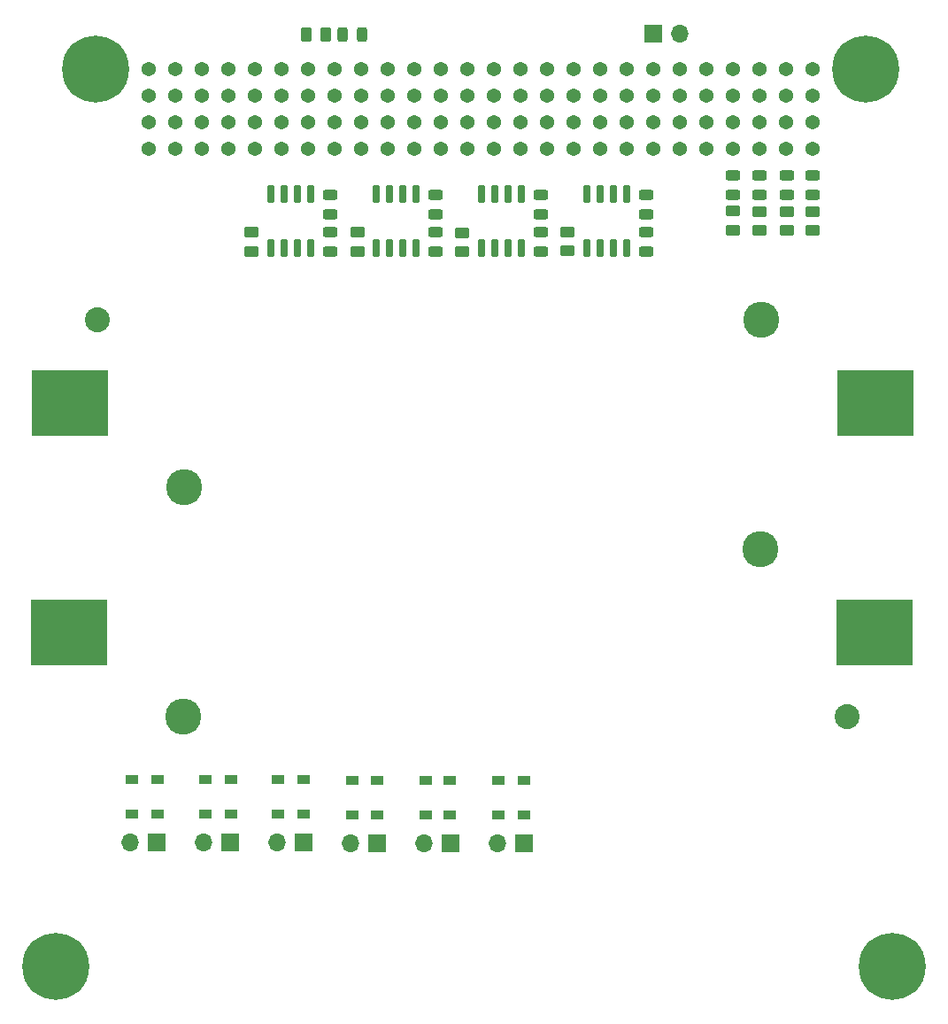
<source format=gbr>
G04 #@! TF.GenerationSoftware,KiCad,Pcbnew,(6.0.8)*
G04 #@! TF.CreationDate,2022-10-24T22:40:05+02:00*
G04 #@! TF.ProjectId,pcdu,70636475-2e6b-4696-9361-645f70636258,rev?*
G04 #@! TF.SameCoordinates,Original*
G04 #@! TF.FileFunction,Soldermask,Top*
G04 #@! TF.FilePolarity,Negative*
%FSLAX46Y46*%
G04 Gerber Fmt 4.6, Leading zero omitted, Abs format (unit mm)*
G04 Created by KiCad (PCBNEW (6.0.8)) date 2022-10-24 22:40:05*
%MOMM*%
%LPD*%
G01*
G04 APERTURE LIST*
G04 Aperture macros list*
%AMRoundRect*
0 Rectangle with rounded corners*
0 $1 Rounding radius*
0 $2 $3 $4 $5 $6 $7 $8 $9 X,Y pos of 4 corners*
0 Add a 4 corners polygon primitive as box body*
4,1,4,$2,$3,$4,$5,$6,$7,$8,$9,$2,$3,0*
0 Add four circle primitives for the rounded corners*
1,1,$1+$1,$2,$3*
1,1,$1+$1,$4,$5*
1,1,$1+$1,$6,$7*
1,1,$1+$1,$8,$9*
0 Add four rect primitives between the rounded corners*
20,1,$1+$1,$2,$3,$4,$5,0*
20,1,$1+$1,$4,$5,$6,$7,0*
20,1,$1+$1,$6,$7,$8,$9,0*
20,1,$1+$1,$8,$9,$2,$3,0*%
G04 Aperture macros list end*
%ADD10C,1.365000*%
%ADD11C,6.400000*%
%ADD12RoundRect,0.243750X0.456250X-0.243750X0.456250X0.243750X-0.456250X0.243750X-0.456250X-0.243750X0*%
%ADD13RoundRect,0.243750X-0.456250X0.243750X-0.456250X-0.243750X0.456250X-0.243750X0.456250X0.243750X0*%
%ADD14RoundRect,0.150000X0.150000X-0.725000X0.150000X0.725000X-0.150000X0.725000X-0.150000X-0.725000X0*%
%ADD15R,1.700000X1.700000*%
%ADD16O,1.700000X1.700000*%
%ADD17R,1.200000X0.900000*%
%ADD18C,3.450000*%
%ADD19C,2.390000*%
%ADD20R,7.340000X6.350000*%
%ADD21RoundRect,0.250000X-0.450000X0.262500X-0.450000X-0.262500X0.450000X-0.262500X0.450000X0.262500X0*%
%ADD22RoundRect,0.243750X-0.243750X-0.456250X0.243750X-0.456250X0.243750X0.456250X-0.243750X0.456250X0*%
%ADD23RoundRect,0.250000X0.262500X0.450000X-0.262500X0.450000X-0.262500X-0.450000X0.262500X-0.450000X0*%
G04 APERTURE END LIST*
D10*
X96520000Y-53975000D03*
X96520000Y-51435000D03*
X99060000Y-53975000D03*
X99060000Y-51435000D03*
X101600000Y-53975000D03*
X101600000Y-51435000D03*
X104140000Y-53975000D03*
X104140000Y-51435000D03*
X106680000Y-53975000D03*
X106680000Y-51435000D03*
X109220000Y-53975000D03*
X109220000Y-51435000D03*
X111760000Y-53975000D03*
X111760000Y-51435000D03*
X114300000Y-53975000D03*
X114300000Y-51435000D03*
X116840000Y-53975000D03*
X116840000Y-51435000D03*
X119380000Y-53975000D03*
X119380000Y-51435000D03*
X121920000Y-53975000D03*
X121920000Y-51435000D03*
X124460000Y-53975000D03*
X124460000Y-51435000D03*
X127000000Y-53975000D03*
X127000000Y-51435000D03*
X129540000Y-53975000D03*
X129540000Y-51435000D03*
X132080000Y-53975000D03*
X132080000Y-51435000D03*
X134620000Y-53975000D03*
X134620000Y-51435000D03*
X137160000Y-53975000D03*
X137160000Y-51435000D03*
X139700000Y-53975000D03*
X139700000Y-51435000D03*
X142240000Y-53975000D03*
X142240000Y-51435000D03*
X144780000Y-53975000D03*
X144780000Y-51435000D03*
X147320000Y-53975000D03*
X147320000Y-51435000D03*
X149860000Y-53975000D03*
X149860000Y-51435000D03*
X152400000Y-53975000D03*
X152400000Y-51435000D03*
X154940000Y-53975000D03*
X154940000Y-51435000D03*
X157480000Y-53975000D03*
X157480000Y-51435000D03*
X160020000Y-53975000D03*
X160020000Y-51435000D03*
X96520000Y-48895000D03*
X96520000Y-46355000D03*
X99060000Y-48895000D03*
X99060000Y-46355000D03*
X101600000Y-48895000D03*
X101600000Y-46355000D03*
X104140000Y-48895000D03*
X104140000Y-46355000D03*
X106680000Y-48895000D03*
X106680000Y-46355000D03*
X109220000Y-48895000D03*
X109220000Y-46355000D03*
X111760000Y-48895000D03*
X111760000Y-46355000D03*
X114300000Y-48895000D03*
X114300000Y-46355000D03*
X116840000Y-48895000D03*
X116840000Y-46355000D03*
X119380000Y-48895000D03*
X119380000Y-46355000D03*
X121920000Y-48895000D03*
X121920000Y-46355000D03*
X124460000Y-48895000D03*
X124460000Y-46355000D03*
X127000000Y-48895000D03*
X127000000Y-46355000D03*
X129540000Y-48895000D03*
X129540000Y-46355000D03*
X132080000Y-48895000D03*
X132080000Y-46355000D03*
X134620000Y-48895000D03*
X134620000Y-46355000D03*
X137160000Y-48895000D03*
X137160000Y-46355000D03*
X139700000Y-48895000D03*
X139700000Y-46355000D03*
X142240000Y-48895000D03*
X142240000Y-46355000D03*
X144780000Y-48895000D03*
X144780000Y-46355000D03*
X147320000Y-48895000D03*
X147320000Y-46355000D03*
X149860000Y-48895000D03*
X149860000Y-46355000D03*
X152400000Y-48895000D03*
X152400000Y-46355000D03*
X154940000Y-48895000D03*
X154940000Y-46355000D03*
X157480000Y-48895000D03*
X157480000Y-46355000D03*
X160020000Y-48895000D03*
X160020000Y-46355000D03*
D11*
X91440000Y-46355000D03*
X165100000Y-46355000D03*
X87630000Y-132080000D03*
X167640000Y-132080000D03*
D12*
X133989949Y-63812500D03*
X133989949Y-61937500D03*
D13*
X133989949Y-58381500D03*
X133989949Y-60256500D03*
D12*
X144096949Y-63762500D03*
X144096949Y-61887500D03*
D14*
X138431861Y-63412632D03*
X139701861Y-63412632D03*
X140971861Y-63412632D03*
X142241861Y-63412632D03*
X142241861Y-58262632D03*
X140971861Y-58262632D03*
X139701861Y-58262632D03*
X138431861Y-58262632D03*
X108161861Y-63437632D03*
X109431861Y-63437632D03*
X110701861Y-63437632D03*
X111971861Y-63437632D03*
X111971861Y-58287632D03*
X110701861Y-58287632D03*
X109431861Y-58287632D03*
X108161861Y-58287632D03*
X128331861Y-63412632D03*
X129601861Y-63412632D03*
X130871861Y-63412632D03*
X132141861Y-63412632D03*
X132141861Y-58262632D03*
X130871861Y-58262632D03*
X129601861Y-58262632D03*
X128331861Y-58262632D03*
D13*
X144096949Y-58331500D03*
X144096949Y-60206500D03*
D12*
X113816861Y-63782632D03*
X113816861Y-61907632D03*
D13*
X113816861Y-58351632D03*
X113816861Y-60226632D03*
D14*
X118274791Y-63412264D03*
X119544791Y-63412264D03*
X120814791Y-63412264D03*
X122084791Y-63412264D03*
X122084791Y-58262264D03*
X120814791Y-58262264D03*
X119544791Y-58262264D03*
X118274791Y-58262264D03*
D12*
X123917791Y-63787632D03*
X123917791Y-61912632D03*
D13*
X123917791Y-58356632D03*
X123917791Y-60231632D03*
D15*
X144780000Y-42926000D03*
D16*
X147320000Y-42926000D03*
D17*
X122965000Y-114300000D03*
X122965000Y-117600000D03*
X118300000Y-114300000D03*
X118300000Y-117600000D03*
X132400000Y-114300000D03*
X132400000Y-117600000D03*
X115965000Y-114300000D03*
X115965000Y-117600000D03*
X125300000Y-114300000D03*
X125300000Y-117600000D03*
D15*
X125365000Y-120297500D03*
D16*
X122825000Y-120297500D03*
D15*
X132365000Y-120297500D03*
D16*
X129825000Y-120297500D03*
D15*
X118365000Y-120297500D03*
D16*
X115825000Y-120297500D03*
D18*
X99800000Y-108200000D03*
X155000000Y-92200000D03*
D19*
X163330000Y-108200000D03*
D20*
X165900000Y-100200000D03*
X88900000Y-100200000D03*
D19*
X91570000Y-70300000D03*
D18*
X99900000Y-86300000D03*
X155100000Y-70300000D03*
D20*
X89000000Y-78300000D03*
X166000000Y-78300000D03*
D17*
X101896000Y-114270500D03*
X101896000Y-117570500D03*
D15*
X97296000Y-120268000D03*
D16*
X94756000Y-120268000D03*
D17*
X111331000Y-114270500D03*
X111331000Y-117570500D03*
D15*
X104296000Y-120268000D03*
D16*
X101756000Y-120268000D03*
D17*
X104331000Y-114270500D03*
X104331000Y-117570500D03*
X108896000Y-114270500D03*
X108896000Y-117570500D03*
X97331000Y-114233000D03*
X97331000Y-117533000D03*
D15*
X111296000Y-120268000D03*
D16*
X108756000Y-120268000D03*
D17*
X129965000Y-114300000D03*
X129965000Y-117600000D03*
X94896000Y-114233000D03*
X94896000Y-117533000D03*
D21*
X157500000Y-59937500D03*
X157500000Y-61762500D03*
X152400000Y-59887500D03*
X152400000Y-61712500D03*
X136546949Y-61912500D03*
X136546949Y-63737500D03*
X106290949Y-61946500D03*
X106290949Y-63771500D03*
D22*
X115062500Y-43000000D03*
X116937500Y-43000000D03*
D12*
X152400000Y-58337500D03*
X152400000Y-56462500D03*
D21*
X116435879Y-61925132D03*
X116435879Y-63750132D03*
D12*
X160000000Y-58350000D03*
X160000000Y-56475000D03*
D21*
X126489949Y-61962500D03*
X126489949Y-63787500D03*
X154950000Y-59937500D03*
X154950000Y-61762500D03*
D12*
X154950000Y-58337500D03*
X154950000Y-56462500D03*
D21*
X160000000Y-59937500D03*
X160000000Y-61762500D03*
D12*
X157500000Y-58337500D03*
X157500000Y-56462500D03*
D23*
X113412500Y-43000000D03*
X111587500Y-43000000D03*
M02*

</source>
